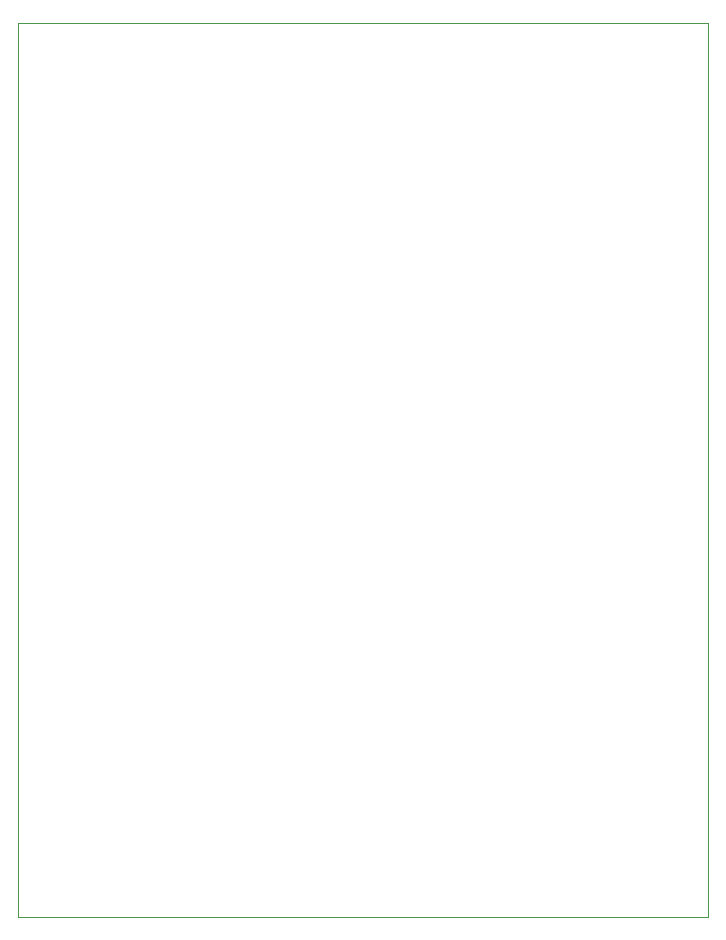
<source format=gm1>
G04 #@! TF.GenerationSoftware,KiCad,Pcbnew,(5.1.5-0)*
G04 #@! TF.CreationDate,2022-08-30T11:13:50-04:00*
G04 #@! TF.ProjectId,breakout_board,62726561-6b6f-4757-945f-626f6172642e,rev?*
G04 #@! TF.SameCoordinates,Original*
G04 #@! TF.FileFunction,Profile,NP*
%FSLAX46Y46*%
G04 Gerber Fmt 4.6, Leading zero omitted, Abs format (unit mm)*
G04 Created by KiCad (PCBNEW (5.1.5-0)) date 2022-08-30 11:13:50*
%MOMM*%
%LPD*%
G04 APERTURE LIST*
%ADD10C,0.100000*%
G04 APERTURE END LIST*
D10*
X188468000Y-42164000D02*
X188468000Y-117856000D01*
X130048000Y-42164000D02*
X188468000Y-42164000D01*
X130048000Y-117856000D02*
X130048000Y-42164000D01*
X188468000Y-117856000D02*
X130048000Y-117856000D01*
M02*

</source>
